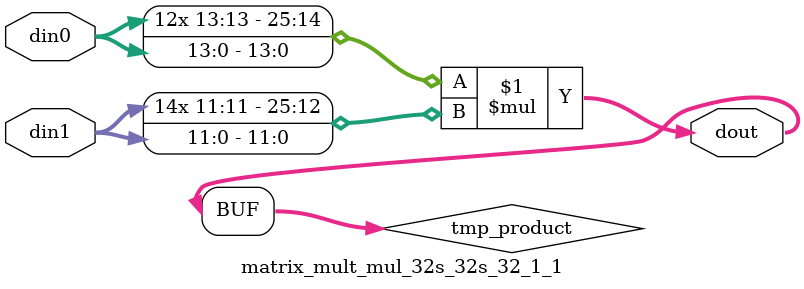
<source format=v>

`timescale 1 ns / 1 ps

 module matrix_mult_mul_32s_32s_32_1_1(din0, din1, dout);
parameter ID = 1;
parameter NUM_STAGE = 0;
parameter din0_WIDTH = 14;
parameter din1_WIDTH = 12;
parameter dout_WIDTH = 26;

input [din0_WIDTH - 1 : 0] din0; 
input [din1_WIDTH - 1 : 0] din1; 
output [dout_WIDTH - 1 : 0] dout;

wire signed [dout_WIDTH - 1 : 0] tmp_product;



























assign tmp_product = $signed(din0) * $signed(din1);








assign dout = tmp_product;





















endmodule

</source>
